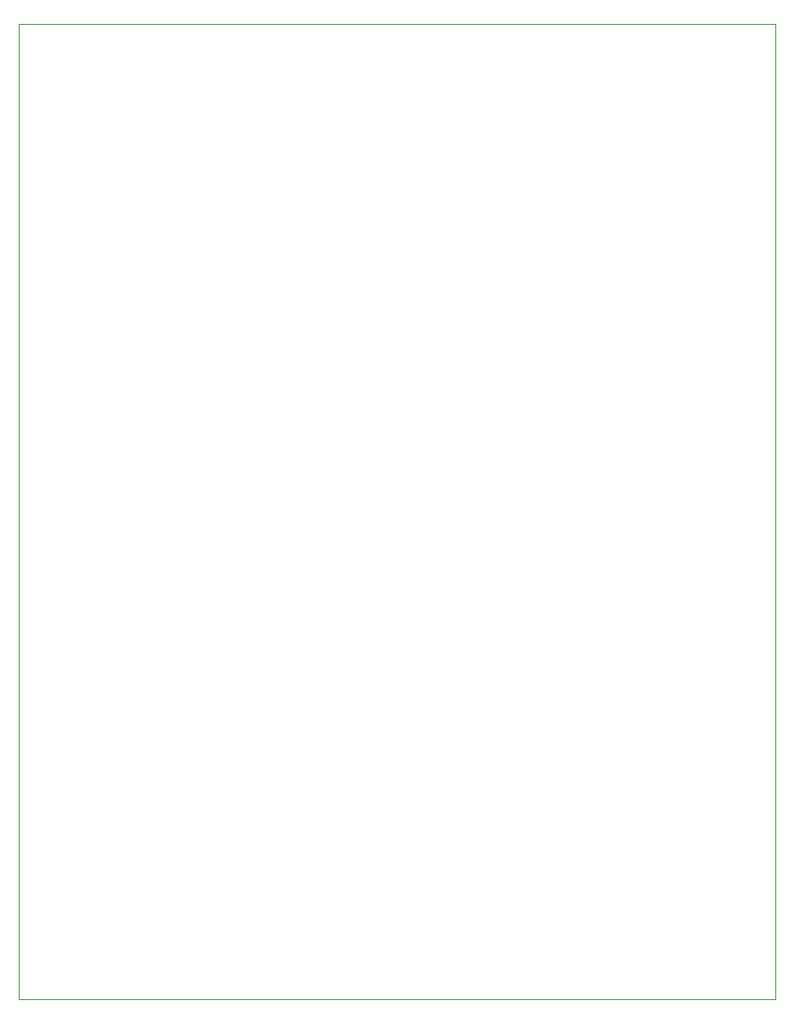
<source format=gm1>
G04 #@! TF.GenerationSoftware,KiCad,Pcbnew,(5.1.10)-1*
G04 #@! TF.CreationDate,2021-12-16T17:09:32+09:00*
G04 #@! TF.ProjectId,ArEG,41724547-2e6b-4696-9361-645f70636258,Ver.1.0*
G04 #@! TF.SameCoordinates,Original*
G04 #@! TF.FileFunction,Profile,NP*
%FSLAX46Y46*%
G04 Gerber Fmt 4.6, Leading zero omitted, Abs format (unit mm)*
G04 Created by KiCad (PCBNEW (5.1.10)-1) date 2021-12-16 17:09:32*
%MOMM*%
%LPD*%
G01*
G04 APERTURE LIST*
G04 #@! TA.AperFunction,Profile*
%ADD10C,0.050000*%
G04 #@! TD*
G04 APERTURE END LIST*
D10*
X99060000Y-45720000D02*
X173990000Y-45720000D01*
X99060000Y-142240000D02*
X99060000Y-45720000D01*
X173990000Y-142240000D02*
X99060000Y-142240000D01*
X173990000Y-45720000D02*
X173990000Y-142240000D01*
M02*

</source>
